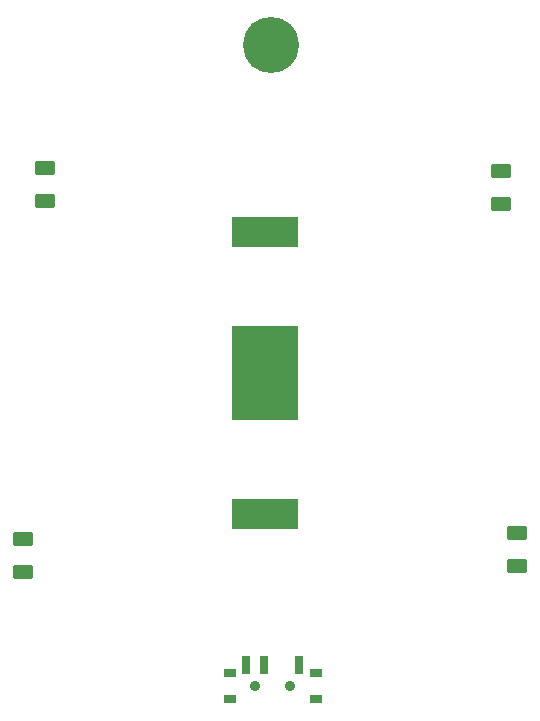
<source format=gbr>
%TF.GenerationSoftware,KiCad,Pcbnew,(6.0.0)*%
%TF.CreationDate,2022-03-24T14:36:50-05:00*%
%TF.ProjectId,Mando,4d616e64-6f2e-46b6-9963-61645f706362,rev?*%
%TF.SameCoordinates,Original*%
%TF.FileFunction,Soldermask,Bot*%
%TF.FilePolarity,Negative*%
%FSLAX46Y46*%
G04 Gerber Fmt 4.6, Leading zero omitted, Abs format (unit mm)*
G04 Created by KiCad (PCBNEW (6.0.0)) date 2022-03-24 14:36:50*
%MOMM*%
%LPD*%
G01*
G04 APERTURE LIST*
G04 Aperture macros list*
%AMRoundRect*
0 Rectangle with rounded corners*
0 $1 Rounding radius*
0 $2 $3 $4 $5 $6 $7 $8 $9 X,Y pos of 4 corners*
0 Add a 4 corners polygon primitive as box body*
4,1,4,$2,$3,$4,$5,$6,$7,$8,$9,$2,$3,0*
0 Add four circle primitives for the rounded corners*
1,1,$1+$1,$2,$3*
1,1,$1+$1,$4,$5*
1,1,$1+$1,$6,$7*
1,1,$1+$1,$8,$9*
0 Add four rect primitives between the rounded corners*
20,1,$1+$1,$2,$3,$4,$5,0*
20,1,$1+$1,$4,$5,$6,$7,0*
20,1,$1+$1,$6,$7,$8,$9,0*
20,1,$1+$1,$8,$9,$2,$3,0*%
G04 Aperture macros list end*
%ADD10C,4.750000*%
%ADD11RoundRect,0.250000X-0.625000X0.375000X-0.625000X-0.375000X0.625000X-0.375000X0.625000X0.375000X0*%
%ADD12C,0.900000*%
%ADD13R,1.000000X0.800000*%
%ADD14R,0.700000X1.500000*%
%ADD15RoundRect,0.250000X0.625000X-0.375000X0.625000X0.375000X-0.625000X0.375000X-0.625000X-0.375000X0*%
%ADD16R,5.560000X2.600000*%
%ADD17R,5.560000X8.000000*%
G04 APERTURE END LIST*
D10*
%TO.C,REF\u002A\u002A*%
X179850000Y-84025000D03*
%TD*%
D11*
%TO.C,D4*%
X158850000Y-125875000D03*
X158850000Y-128675000D03*
%TD*%
D12*
%TO.C,SW1*%
X178475000Y-138335000D03*
D13*
X176325000Y-139435000D03*
X183625000Y-139435000D03*
X176325000Y-137225000D03*
D12*
X181475000Y-138335000D03*
D13*
X183625000Y-137225000D03*
D14*
X182225000Y-136575000D03*
X179225000Y-136575000D03*
X177725000Y-136575000D03*
%TD*%
D15*
%TO.C,D1*%
X160675000Y-97275000D03*
X160675000Y-94475000D03*
%TD*%
D16*
%TO.C,BT1*%
X179300000Y-123725000D03*
X179300000Y-99915000D03*
D17*
X179300000Y-111820000D03*
%TD*%
D15*
%TO.C,D2*%
X199275000Y-97550000D03*
X199275000Y-94750000D03*
%TD*%
D11*
%TO.C,D3*%
X200650000Y-125375000D03*
X200650000Y-128175000D03*
%TD*%
M02*

</source>
